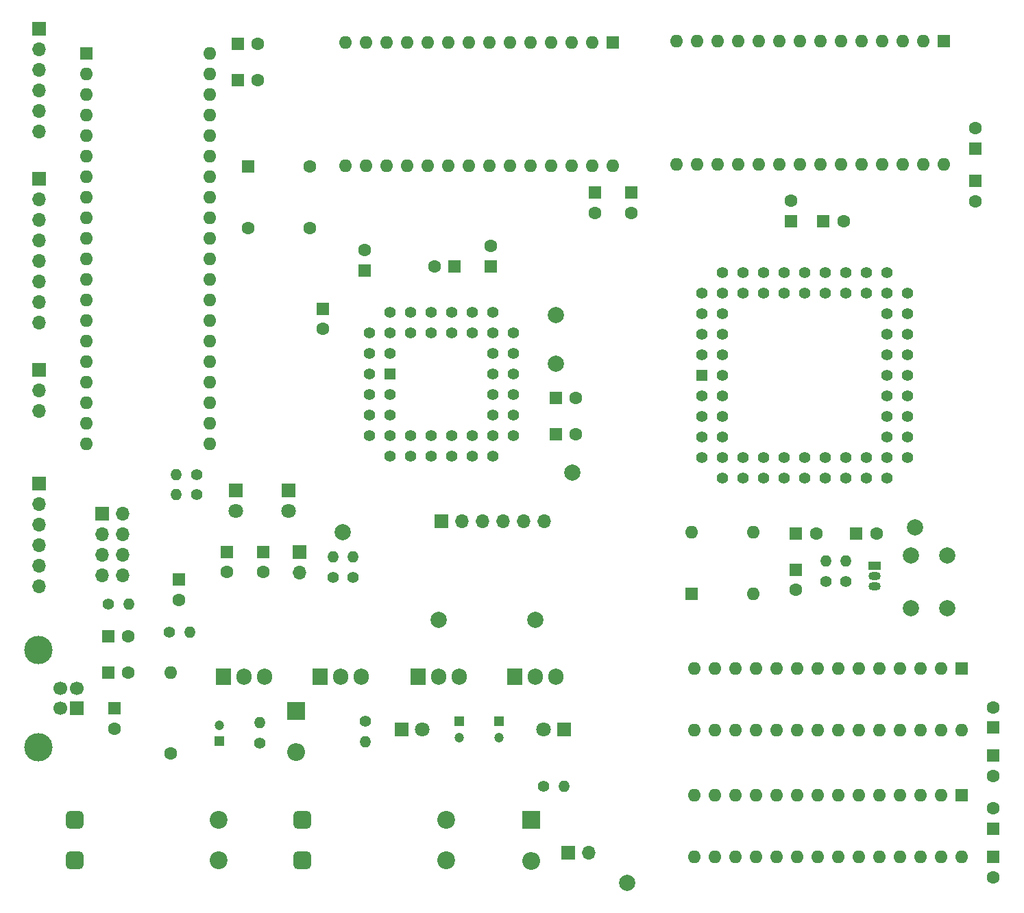
<source format=gbr>
%TF.GenerationSoftware,KiCad,Pcbnew,7.0.10*%
%TF.CreationDate,2024-02-05T22:27:57-06:00*%
%TF.ProjectId,SBC Circuit,53424320-4369-4726-9375-69742e6b6963,0.0*%
%TF.SameCoordinates,Original*%
%TF.FileFunction,Soldermask,Bot*%
%TF.FilePolarity,Negative*%
%FSLAX46Y46*%
G04 Gerber Fmt 4.6, Leading zero omitted, Abs format (unit mm)*
G04 Created by KiCad (PCBNEW 7.0.10) date 2024-02-05 22:27:57*
%MOMM*%
%LPD*%
G01*
G04 APERTURE LIST*
G04 Aperture macros list*
%AMRoundRect*
0 Rectangle with rounded corners*
0 $1 Rounding radius*
0 $2 $3 $4 $5 $6 $7 $8 $9 X,Y pos of 4 corners*
0 Add a 4 corners polygon primitive as box body*
4,1,4,$2,$3,$4,$5,$6,$7,$8,$9,$2,$3,0*
0 Add four circle primitives for the rounded corners*
1,1,$1+$1,$2,$3*
1,1,$1+$1,$4,$5*
1,1,$1+$1,$6,$7*
1,1,$1+$1,$8,$9*
0 Add four rect primitives between the rounded corners*
20,1,$1+$1,$2,$3,$4,$5,0*
20,1,$1+$1,$4,$5,$6,$7,0*
20,1,$1+$1,$6,$7,$8,$9,0*
20,1,$1+$1,$8,$9,$2,$3,0*%
G04 Aperture macros list end*
%ADD10RoundRect,0.550000X-0.550000X-0.550000X0.550000X-0.550000X0.550000X0.550000X-0.550000X0.550000X0*%
%ADD11C,2.200000*%
%ADD12C,2.000000*%
%ADD13R,1.600000X1.600000*%
%ADD14C,1.600000*%
%ADD15R,1.700000X1.700000*%
%ADD16O,1.700000X1.700000*%
%ADD17C,1.400000*%
%ADD18O,1.400000X1.400000*%
%ADD19O,1.600000X1.600000*%
%ADD20R,2.200000X2.200000*%
%ADD21O,2.200000X2.200000*%
%ADD22R,1.800000X1.800000*%
%ADD23C,1.800000*%
%ADD24C,1.700000*%
%ADD25C,3.500000*%
%ADD26R,1.905000X2.000000*%
%ADD27O,1.905000X2.000000*%
%ADD28R,1.422400X1.422400*%
%ADD29C,1.422400*%
%ADD30R,1.200000X1.200000*%
%ADD31C,1.200000*%
%ADD32R,1.500000X1.050000*%
%ADD33O,1.500000X1.050000*%
G04 APERTURE END LIST*
D10*
%TO.C,F1*%
X113142400Y-134416800D03*
X113142400Y-139416800D03*
D11*
X130942400Y-139416800D03*
X130942400Y-134416800D03*
%TD*%
D12*
%TO.C,TP2*%
X129960000Y-109735400D03*
%TD*%
D13*
%TO.C,C23*%
X153775000Y-56896000D03*
D14*
X153775000Y-59396000D03*
%TD*%
D13*
%TO.C,C27*%
X108290000Y-101285400D03*
D14*
X108290000Y-103785400D03*
%TD*%
D15*
%TO.C,J6*%
X80655800Y-55168800D03*
D16*
X80655800Y-57708800D03*
X80655800Y-60248800D03*
X80655800Y-62788800D03*
X80655800Y-65328800D03*
X80655800Y-67868800D03*
X80655800Y-70408800D03*
X80655800Y-72948800D03*
%TD*%
D13*
%TO.C,C14*%
X131954961Y-66000000D03*
D14*
X129454961Y-66000000D03*
%TD*%
D17*
%TO.C,R7*%
X119420000Y-104455400D03*
D18*
X119420000Y-101915400D03*
%TD*%
D13*
%TO.C,U6*%
X151525000Y-38349000D03*
D19*
X148985000Y-38349000D03*
X146445000Y-38349000D03*
X143905000Y-38349000D03*
X141365000Y-38349000D03*
X138825000Y-38349000D03*
X136285000Y-38349000D03*
X133745000Y-38349000D03*
X131205000Y-38349000D03*
X128665000Y-38349000D03*
X126125000Y-38349000D03*
X123585000Y-38349000D03*
X121045000Y-38349000D03*
X118505000Y-38349000D03*
X118505000Y-53589000D03*
X121045000Y-53589000D03*
X123585000Y-53589000D03*
X126125000Y-53589000D03*
X128665000Y-53589000D03*
X131205000Y-53589000D03*
X133745000Y-53589000D03*
X136285000Y-53589000D03*
X138825000Y-53589000D03*
X141365000Y-53589000D03*
X143905000Y-53589000D03*
X146445000Y-53589000D03*
X148985000Y-53589000D03*
X151525000Y-53589000D03*
%TD*%
D13*
%TO.C,C9*%
X173500000Y-60405000D03*
D14*
X173500000Y-57905000D03*
%TD*%
D12*
%TO.C,TP4*%
X188814600Y-98245000D03*
%TD*%
%TO.C,TP7*%
X144500000Y-78000000D03*
%TD*%
D20*
%TO.C,D2*%
X112420000Y-120977583D03*
D21*
X112420000Y-126057583D03*
%TD*%
D15*
%TO.C,J3*%
X130344961Y-97500000D03*
D16*
X132884961Y-97500000D03*
X135424961Y-97500000D03*
X137964961Y-97500000D03*
X140504961Y-97500000D03*
X143044961Y-97500000D03*
%TD*%
D15*
%TO.C,J8*%
X112790000Y-101285400D03*
D16*
X112790000Y-103825400D03*
%TD*%
D14*
%TO.C,FB1*%
X96920000Y-126235400D03*
D19*
X96920000Y-116235400D03*
%TD*%
D13*
%TO.C,C4*%
X89920000Y-120655400D03*
D14*
X89920000Y-123155400D03*
%TD*%
D13*
%TO.C,U7*%
X192360000Y-38190418D03*
D19*
X189820000Y-38190418D03*
X187280000Y-38190418D03*
X184740000Y-38190418D03*
X182200000Y-38190418D03*
X179660000Y-38190418D03*
X177120000Y-38190418D03*
X174580000Y-38190418D03*
X172040000Y-38190418D03*
X169500000Y-38190418D03*
X166960000Y-38190418D03*
X164420000Y-38190418D03*
X161880000Y-38190418D03*
X159340000Y-38190418D03*
X159340000Y-53430418D03*
X161880000Y-53430418D03*
X164420000Y-53430418D03*
X166960000Y-53430418D03*
X169500000Y-53430418D03*
X172040000Y-53430418D03*
X174580000Y-53430418D03*
X177120000Y-53430418D03*
X179660000Y-53430418D03*
X182200000Y-53430418D03*
X184740000Y-53430418D03*
X187280000Y-53430418D03*
X189820000Y-53430418D03*
X192360000Y-53430418D03*
%TD*%
D13*
%TO.C,C21*%
X198500000Y-126500000D03*
D14*
X198500000Y-129000000D03*
%TD*%
D13*
%TO.C,C20*%
X198500000Y-123000000D03*
D14*
X198500000Y-120500000D03*
%TD*%
D13*
%TO.C,C12*%
X120844961Y-66500000D03*
D14*
X120844961Y-64000000D03*
%TD*%
D15*
%TO.C,J4*%
X80655800Y-92862400D03*
D16*
X80655800Y-95402400D03*
X80655800Y-97942400D03*
X80655800Y-100482400D03*
X80655800Y-103022400D03*
X80655800Y-105562400D03*
%TD*%
D22*
%TO.C,D5*%
X111420000Y-93735400D03*
D23*
X111420000Y-96275400D03*
%TD*%
D22*
%TO.C,D6*%
X104920000Y-93735400D03*
D23*
X104920000Y-96275400D03*
%TD*%
D10*
%TO.C,F2*%
X85050000Y-134416800D03*
X85050000Y-139416800D03*
D11*
X102850000Y-139416800D03*
X102850000Y-134416800D03*
%TD*%
D17*
%TO.C,R5*%
X180314600Y-104965000D03*
D18*
X180314600Y-102425000D03*
%TD*%
D15*
%TO.C,J1*%
X85277500Y-120655400D03*
D24*
X85277500Y-118155400D03*
X83277500Y-118155400D03*
X83277500Y-120655400D03*
D25*
X80567500Y-125425400D03*
X80567500Y-113385400D03*
%TD*%
D13*
%TO.C,C29*%
X89170000Y-111735400D03*
D14*
X91670000Y-111735400D03*
%TD*%
D17*
%TO.C,R3*%
X96700000Y-111235400D03*
D18*
X99240000Y-111235400D03*
%TD*%
D13*
%TO.C,C17*%
X105170000Y-43000000D03*
D14*
X107670000Y-43000000D03*
%TD*%
D13*
%TO.C,C16*%
X105170000Y-38500000D03*
D14*
X107670000Y-38500000D03*
%TD*%
D13*
%TO.C,U4*%
X194579000Y-131380000D03*
D19*
X192039000Y-131380000D03*
X189499000Y-131380000D03*
X186959000Y-131380000D03*
X184419000Y-131380000D03*
X181879000Y-131380000D03*
X179339000Y-131380000D03*
X176799000Y-131380000D03*
X174259000Y-131380000D03*
X171719000Y-131380000D03*
X169179000Y-131380000D03*
X166639000Y-131380000D03*
X164099000Y-131380000D03*
X161559000Y-131380000D03*
X161559000Y-139000000D03*
X164099000Y-139000000D03*
X166639000Y-139000000D03*
X169179000Y-139000000D03*
X171719000Y-139000000D03*
X174259000Y-139000000D03*
X176799000Y-139000000D03*
X179339000Y-139000000D03*
X181879000Y-139000000D03*
X184419000Y-139000000D03*
X186959000Y-139000000D03*
X189499000Y-139000000D03*
X192039000Y-139000000D03*
X194579000Y-139000000D03*
%TD*%
D22*
%TO.C,D4*%
X145460000Y-123235400D03*
D23*
X142920000Y-123235400D03*
%TD*%
D13*
%TO.C,C19*%
X198500000Y-139000000D03*
D14*
X198500000Y-141500000D03*
%TD*%
D13*
%TO.C,C11*%
X144454961Y-86775400D03*
D14*
X146954961Y-86775400D03*
%TD*%
D13*
%TO.C,C26*%
X103790000Y-101285400D03*
D14*
X103790000Y-103785400D03*
%TD*%
D12*
%TO.C,TP3*%
X141960000Y-109735400D03*
%TD*%
D13*
%TO.C,C30*%
X89170000Y-116235400D03*
D14*
X91670000Y-116235400D03*
%TD*%
D17*
%TO.C,R10*%
X100140000Y-91735400D03*
D18*
X97600000Y-91735400D03*
%TD*%
D15*
%TO.C,J2*%
X146010000Y-138455400D03*
D16*
X148550000Y-138455400D03*
%TD*%
D13*
%TO.C,C15*%
X136454961Y-66000000D03*
D14*
X136454961Y-63500000D03*
%TD*%
D13*
%TO.C,C25*%
X196315000Y-51430418D03*
D14*
X196315000Y-48930418D03*
%TD*%
D26*
%TO.C,Q2*%
X103380000Y-116735400D03*
D27*
X105920000Y-116735400D03*
X108460000Y-116735400D03*
%TD*%
D13*
%TO.C,C18*%
X198500000Y-135500000D03*
D14*
X198500000Y-133000000D03*
%TD*%
D13*
%TO.C,U3*%
X86497800Y-39695400D03*
D19*
X86497800Y-42235400D03*
X86497800Y-44775400D03*
X86497800Y-47315400D03*
X86497800Y-49855400D03*
X86497800Y-52395400D03*
X86497800Y-54935400D03*
X86497800Y-57475400D03*
X86497800Y-60015400D03*
X86497800Y-62555400D03*
X86497800Y-65095400D03*
X86497800Y-67635400D03*
X86497800Y-70175400D03*
X86497800Y-72715400D03*
X86497800Y-75255400D03*
X86497800Y-77795400D03*
X86497800Y-80335400D03*
X86497800Y-82875400D03*
X86497800Y-85415400D03*
X86497800Y-87955400D03*
X101737800Y-87955400D03*
X101737800Y-85415400D03*
X101737800Y-82875400D03*
X101737800Y-80335400D03*
X101737800Y-77795400D03*
X101737800Y-75255400D03*
X101737800Y-72715400D03*
X101737800Y-70175400D03*
X101737800Y-67635400D03*
X101737800Y-65095400D03*
X101737800Y-62555400D03*
X101737800Y-60015400D03*
X101737800Y-57475400D03*
X101737800Y-54935400D03*
X101737800Y-52395400D03*
X101737800Y-49855400D03*
X101737800Y-47315400D03*
X101737800Y-44775400D03*
X101737800Y-42235400D03*
X101737800Y-39695400D03*
%TD*%
D13*
%TO.C,C8*%
X177500000Y-60405000D03*
D14*
X180000000Y-60405000D03*
%TD*%
D13*
%TO.C,C22*%
X149275000Y-56896000D03*
D14*
X149275000Y-59396000D03*
%TD*%
D12*
%TO.C,TP5*%
X118170000Y-98830400D03*
%TD*%
D17*
%TO.C,R8*%
X120920000Y-122235400D03*
D18*
X120920000Y-124775400D03*
%TD*%
D28*
%TO.C,U1*%
X162484600Y-79500000D03*
D29*
X165024600Y-79500000D03*
X162484600Y-82040000D03*
X165024600Y-82040000D03*
X162484600Y-84580000D03*
X165024600Y-84580000D03*
X162484600Y-87120000D03*
X165024600Y-87120000D03*
X162484600Y-89660000D03*
X165024600Y-92200000D03*
X165024600Y-89660000D03*
X167564600Y-92200000D03*
X167564600Y-89660000D03*
X170104600Y-92200000D03*
X170104600Y-89660000D03*
X172644600Y-92200000D03*
X172644600Y-89660000D03*
X175184600Y-92200000D03*
X175184600Y-89660000D03*
X177724600Y-92200000D03*
X177724600Y-89660000D03*
X180264600Y-92200000D03*
X180264600Y-89660000D03*
X182804600Y-92200000D03*
X182804600Y-89660000D03*
X185344600Y-92200000D03*
X187884600Y-89660000D03*
X185344600Y-89660000D03*
X187884600Y-87120000D03*
X185344600Y-87120000D03*
X187884600Y-84580000D03*
X185344600Y-84580000D03*
X187884600Y-82040000D03*
X185344600Y-82040000D03*
X187884600Y-79500000D03*
X185344600Y-79500000D03*
X187884600Y-76960000D03*
X185344600Y-76960000D03*
X187884600Y-74420000D03*
X185344600Y-74420000D03*
X187884600Y-71880000D03*
X185344600Y-71880000D03*
X187884600Y-69340000D03*
X185344600Y-66800000D03*
X185344600Y-69340000D03*
X182804600Y-66800000D03*
X182804600Y-69340000D03*
X180264600Y-66800000D03*
X180264600Y-69340000D03*
X177724600Y-66800000D03*
X177724600Y-69340000D03*
X175184600Y-66800000D03*
X175184600Y-69340000D03*
X172644600Y-66800000D03*
X172644600Y-69340000D03*
X170104600Y-66800000D03*
X170104600Y-69340000D03*
X167564600Y-66800000D03*
X167564600Y-69340000D03*
X165024600Y-66800000D03*
X162484600Y-69340000D03*
X165024600Y-69340000D03*
X162484600Y-71880000D03*
X165024600Y-71880000D03*
X162484600Y-74420000D03*
X165024600Y-74420000D03*
X162484600Y-76960000D03*
X165024600Y-76960000D03*
%TD*%
D26*
%TO.C,Q1*%
X115380000Y-116735400D03*
D27*
X117920000Y-116735400D03*
X120460000Y-116735400D03*
%TD*%
D30*
%TO.C,C1*%
X132500000Y-122262801D03*
D31*
X132500000Y-124262801D03*
%TD*%
D30*
%TO.C,C2*%
X137420000Y-122262801D03*
D31*
X137420000Y-124262801D03*
%TD*%
D12*
%TO.C,TP1*%
X153250000Y-142250000D03*
%TD*%
%TO.C,SW1*%
X188314600Y-101745000D03*
X188314600Y-108245000D03*
X192814600Y-101745000D03*
X192814600Y-108245000D03*
%TD*%
D13*
%TO.C,C10*%
X144454961Y-82275400D03*
D14*
X146954961Y-82275400D03*
%TD*%
D26*
%TO.C,U8*%
X127420000Y-116735400D03*
D27*
X129960000Y-116735400D03*
X132500000Y-116735400D03*
%TD*%
D17*
%TO.C,R9*%
X142920000Y-130235400D03*
D18*
X145460000Y-130235400D03*
%TD*%
D30*
%TO.C,C3*%
X102862400Y-124708000D03*
D31*
X102862400Y-122708000D03*
%TD*%
D17*
%TO.C,R1*%
X107920000Y-124955400D03*
D18*
X107920000Y-122415400D03*
%TD*%
D13*
%TO.C,C6*%
X174144600Y-103500000D03*
D14*
X174144600Y-106000000D03*
%TD*%
D15*
%TO.C,J7*%
X80655800Y-36626800D03*
D16*
X80655800Y-39166800D03*
X80655800Y-41706800D03*
X80655800Y-44246800D03*
X80655800Y-46786800D03*
X80655800Y-49326800D03*
%TD*%
D28*
%TO.C,U2*%
X123994961Y-79315400D03*
D29*
X121454961Y-81855400D03*
X123994961Y-81855400D03*
X121454961Y-84395400D03*
X123994961Y-84395400D03*
X121454961Y-86935400D03*
X123994961Y-89475400D03*
X123994961Y-86935400D03*
X126534961Y-89475400D03*
X126534961Y-86935400D03*
X129074961Y-89475400D03*
X129074961Y-86935400D03*
X131614961Y-89475400D03*
X131614961Y-86935400D03*
X134154961Y-89475400D03*
X134154961Y-86935400D03*
X136694961Y-89475400D03*
X139234961Y-86935400D03*
X136694961Y-86935400D03*
X139234961Y-84395400D03*
X136694961Y-84395400D03*
X139234961Y-81855400D03*
X136694961Y-81855400D03*
X139234961Y-79315400D03*
X136694961Y-79315400D03*
X139234961Y-76775400D03*
X136694961Y-76775400D03*
X139234961Y-74235400D03*
X136694961Y-71695400D03*
X136694961Y-74235400D03*
X134154961Y-71695400D03*
X134154961Y-74235400D03*
X131614961Y-71695400D03*
X131614961Y-74235400D03*
X129074961Y-71695400D03*
X129074961Y-74235400D03*
X126534961Y-71695400D03*
X126534961Y-74235400D03*
X123994961Y-71695400D03*
X121454961Y-74235400D03*
X123994961Y-74235400D03*
X121454961Y-76775400D03*
X123994961Y-76775400D03*
X121454961Y-79315400D03*
%TD*%
D13*
%TO.C,C24*%
X196315000Y-55430418D03*
D14*
X196315000Y-57930418D03*
%TD*%
D13*
%TO.C,U5*%
X194579000Y-115688000D03*
D19*
X192039000Y-115688000D03*
X189499000Y-115688000D03*
X186959000Y-115688000D03*
X184419000Y-115688000D03*
X181879000Y-115688000D03*
X179339000Y-115688000D03*
X176799000Y-115688000D03*
X174259000Y-115688000D03*
X171719000Y-115688000D03*
X169179000Y-115688000D03*
X166639000Y-115688000D03*
X164099000Y-115688000D03*
X161559000Y-115688000D03*
X161559000Y-123308000D03*
X164099000Y-123308000D03*
X166639000Y-123308000D03*
X169179000Y-123308000D03*
X171719000Y-123308000D03*
X174259000Y-123308000D03*
X176799000Y-123308000D03*
X179339000Y-123308000D03*
X181879000Y-123308000D03*
X184419000Y-123308000D03*
X186959000Y-123308000D03*
X189499000Y-123308000D03*
X192039000Y-123308000D03*
X194579000Y-123308000D03*
%TD*%
D13*
%TO.C,C7*%
X174144600Y-99000000D03*
D14*
X176644600Y-99000000D03*
%TD*%
D13*
%TO.C,C13*%
X115709961Y-71235400D03*
D14*
X115709961Y-73735400D03*
%TD*%
D13*
%TO.C,C28*%
X97920000Y-104735400D03*
D14*
X97920000Y-107235400D03*
%TD*%
D15*
%TO.C,J9*%
X88420000Y-96615400D03*
D16*
X90960000Y-96615400D03*
X88420000Y-99155400D03*
X90960000Y-99155400D03*
X88420000Y-101695400D03*
X90960000Y-101695400D03*
X88420000Y-104235400D03*
X90960000Y-104235400D03*
%TD*%
D26*
%TO.C,U9*%
X139420000Y-116735400D03*
D27*
X141960000Y-116735400D03*
X144500000Y-116735400D03*
%TD*%
D12*
%TO.C,TP8*%
X146500000Y-91500000D03*
%TD*%
D13*
%TO.C,C5*%
X181564600Y-99000000D03*
D14*
X184064600Y-99000000D03*
%TD*%
D32*
%TO.C,U11*%
X183814600Y-102975000D03*
D33*
X183814600Y-104245000D03*
X183814600Y-105515000D03*
%TD*%
D20*
%TO.C,D1*%
X141420000Y-134416800D03*
D21*
X141420000Y-139496800D03*
%TD*%
D17*
%TO.C,R4*%
X177814600Y-104965000D03*
D18*
X177814600Y-102425000D03*
%TD*%
D12*
%TO.C,TP6*%
X144500000Y-72000000D03*
%TD*%
D13*
%TO.C,X1*%
X161214600Y-106500000D03*
D19*
X168834600Y-106500000D03*
X168834600Y-98880000D03*
X161214600Y-98880000D03*
%TD*%
D17*
%TO.C,R11*%
X100140000Y-94235400D03*
D18*
X97600000Y-94235400D03*
%TD*%
D22*
%TO.C,D3*%
X125380000Y-123235400D03*
D23*
X127920000Y-123235400D03*
%TD*%
D17*
%TO.C,R2*%
X89170000Y-107735400D03*
D18*
X91710000Y-107735400D03*
%TD*%
D17*
%TO.C,R6*%
X116920000Y-104455400D03*
D18*
X116920000Y-101915400D03*
%TD*%
D13*
%TO.C,X2*%
X106420000Y-53665400D03*
D14*
X106420000Y-61285400D03*
X114040000Y-61285400D03*
X114040000Y-53665400D03*
%TD*%
D15*
%TO.C,J5*%
X80655800Y-78765400D03*
D16*
X80655800Y-81305400D03*
X80655800Y-83845400D03*
%TD*%
M02*

</source>
